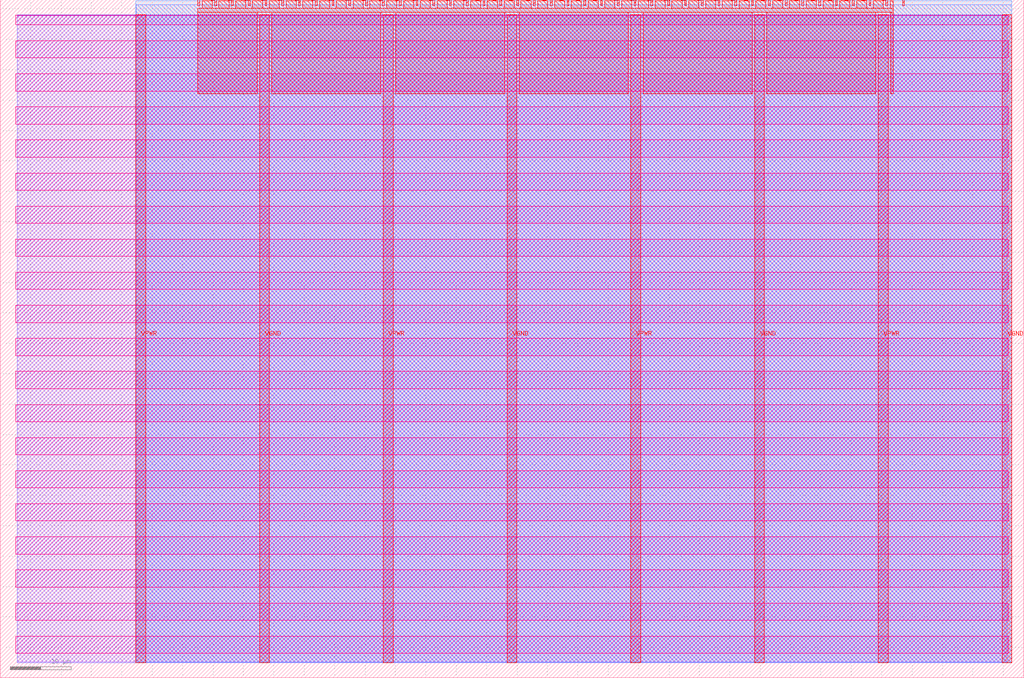
<source format=lef>
VERSION 5.7 ;
  NOWIREEXTENSIONATPIN ON ;
  DIVIDERCHAR "/" ;
  BUSBITCHARS "[]" ;
MACRO tt_um_lif_dup
  CLASS BLOCK ;
  FOREIGN tt_um_lif_dup ;
  ORIGIN 0.000 0.000 ;
  SIZE 168.360 BY 111.520 ;
  PIN VGND
    DIRECTION INOUT ;
    USE GROUND ;
    PORT
      LAYER met4 ;
        RECT 42.670 2.480 44.270 109.040 ;
    END
    PORT
      LAYER met4 ;
        RECT 83.380 2.480 84.980 109.040 ;
    END
    PORT
      LAYER met4 ;
        RECT 124.090 2.480 125.690 109.040 ;
    END
    PORT
      LAYER met4 ;
        RECT 164.800 2.480 166.400 109.040 ;
    END
  END VGND
  PIN VPWR
    DIRECTION INOUT ;
    USE POWER ;
    PORT
      LAYER met4 ;
        RECT 22.315 2.480 23.915 109.040 ;
    END
    PORT
      LAYER met4 ;
        RECT 63.025 2.480 64.625 109.040 ;
    END
    PORT
      LAYER met4 ;
        RECT 103.735 2.480 105.335 109.040 ;
    END
    PORT
      LAYER met4 ;
        RECT 144.445 2.480 146.045 109.040 ;
    END
  END VPWR
  PIN clk
    DIRECTION INPUT ;
    USE SIGNAL ;
    ANTENNAGATEAREA 0.852000 ;
    PORT
      LAYER met4 ;
        RECT 145.670 110.520 145.970 111.520 ;
    END
  END clk
  PIN ena
    DIRECTION INPUT ;
    USE SIGNAL ;
    PORT
      LAYER met4 ;
        RECT 148.430 110.520 148.730 111.520 ;
    END
  END ena
  PIN rst_n
    DIRECTION INPUT ;
    USE SIGNAL ;
    ANTENNAGATEAREA 0.126000 ;
    PORT
      LAYER met4 ;
        RECT 142.910 110.520 143.210 111.520 ;
    END
  END rst_n
  PIN ui_in[0]
    DIRECTION INPUT ;
    USE SIGNAL ;
    PORT
      LAYER met4 ;
        RECT 140.150 110.520 140.450 111.520 ;
    END
  END ui_in[0]
  PIN ui_in[1]
    DIRECTION INPUT ;
    USE SIGNAL ;
    PORT
      LAYER met4 ;
        RECT 137.390 110.520 137.690 111.520 ;
    END
  END ui_in[1]
  PIN ui_in[2]
    DIRECTION INPUT ;
    USE SIGNAL ;
    PORT
      LAYER met4 ;
        RECT 134.630 110.520 134.930 111.520 ;
    END
  END ui_in[2]
  PIN ui_in[3]
    DIRECTION INPUT ;
    USE SIGNAL ;
    PORT
      LAYER met4 ;
        RECT 131.870 110.520 132.170 111.520 ;
    END
  END ui_in[3]
  PIN ui_in[4]
    DIRECTION INPUT ;
    USE SIGNAL ;
    PORT
      LAYER met4 ;
        RECT 129.110 110.520 129.410 111.520 ;
    END
  END ui_in[4]
  PIN ui_in[5]
    DIRECTION INPUT ;
    USE SIGNAL ;
    PORT
      LAYER met4 ;
        RECT 126.350 110.520 126.650 111.520 ;
    END
  END ui_in[5]
  PIN ui_in[6]
    DIRECTION INPUT ;
    USE SIGNAL ;
    PORT
      LAYER met4 ;
        RECT 123.590 110.520 123.890 111.520 ;
    END
  END ui_in[6]
  PIN ui_in[7]
    DIRECTION INPUT ;
    USE SIGNAL ;
    PORT
      LAYER met4 ;
        RECT 120.830 110.520 121.130 111.520 ;
    END
  END ui_in[7]
  PIN uio_in[0]
    DIRECTION INPUT ;
    USE SIGNAL ;
    PORT
      LAYER met4 ;
        RECT 118.070 110.520 118.370 111.520 ;
    END
  END uio_in[0]
  PIN uio_in[1]
    DIRECTION INPUT ;
    USE SIGNAL ;
    PORT
      LAYER met4 ;
        RECT 115.310 110.520 115.610 111.520 ;
    END
  END uio_in[1]
  PIN uio_in[2]
    DIRECTION INPUT ;
    USE SIGNAL ;
    PORT
      LAYER met4 ;
        RECT 112.550 110.520 112.850 111.520 ;
    END
  END uio_in[2]
  PIN uio_in[3]
    DIRECTION INPUT ;
    USE SIGNAL ;
    PORT
      LAYER met4 ;
        RECT 109.790 110.520 110.090 111.520 ;
    END
  END uio_in[3]
  PIN uio_in[4]
    DIRECTION INPUT ;
    USE SIGNAL ;
    PORT
      LAYER met4 ;
        RECT 107.030 110.520 107.330 111.520 ;
    END
  END uio_in[4]
  PIN uio_in[5]
    DIRECTION INPUT ;
    USE SIGNAL ;
    PORT
      LAYER met4 ;
        RECT 104.270 110.520 104.570 111.520 ;
    END
  END uio_in[5]
  PIN uio_in[6]
    DIRECTION INPUT ;
    USE SIGNAL ;
    PORT
      LAYER met4 ;
        RECT 101.510 110.520 101.810 111.520 ;
    END
  END uio_in[6]
  PIN uio_in[7]
    DIRECTION INPUT ;
    USE SIGNAL ;
    PORT
      LAYER met4 ;
        RECT 98.750 110.520 99.050 111.520 ;
    END
  END uio_in[7]
  PIN uio_oe[0]
    DIRECTION OUTPUT TRISTATE ;
    USE SIGNAL ;
    PORT
      LAYER met4 ;
        RECT 51.830 110.520 52.130 111.520 ;
    END
  END uio_oe[0]
  PIN uio_oe[1]
    DIRECTION OUTPUT TRISTATE ;
    USE SIGNAL ;
    PORT
      LAYER met4 ;
        RECT 49.070 110.520 49.370 111.520 ;
    END
  END uio_oe[1]
  PIN uio_oe[2]
    DIRECTION OUTPUT TRISTATE ;
    USE SIGNAL ;
    PORT
      LAYER met4 ;
        RECT 46.310 110.520 46.610 111.520 ;
    END
  END uio_oe[2]
  PIN uio_oe[3]
    DIRECTION OUTPUT TRISTATE ;
    USE SIGNAL ;
    PORT
      LAYER met4 ;
        RECT 43.550 110.520 43.850 111.520 ;
    END
  END uio_oe[3]
  PIN uio_oe[4]
    DIRECTION OUTPUT TRISTATE ;
    USE SIGNAL ;
    PORT
      LAYER met4 ;
        RECT 40.790 110.520 41.090 111.520 ;
    END
  END uio_oe[4]
  PIN uio_oe[5]
    DIRECTION OUTPUT TRISTATE ;
    USE SIGNAL ;
    PORT
      LAYER met4 ;
        RECT 38.030 110.520 38.330 111.520 ;
    END
  END uio_oe[5]
  PIN uio_oe[6]
    DIRECTION OUTPUT TRISTATE ;
    USE SIGNAL ;
    PORT
      LAYER met4 ;
        RECT 35.270 110.520 35.570 111.520 ;
    END
  END uio_oe[6]
  PIN uio_oe[7]
    DIRECTION OUTPUT TRISTATE ;
    USE SIGNAL ;
    PORT
      LAYER met4 ;
        RECT 32.510 110.520 32.810 111.520 ;
    END
  END uio_oe[7]
  PIN uio_out[0]
    DIRECTION OUTPUT TRISTATE ;
    USE SIGNAL ;
    PORT
      LAYER met4 ;
        RECT 73.910 110.520 74.210 111.520 ;
    END
  END uio_out[0]
  PIN uio_out[1]
    DIRECTION OUTPUT TRISTATE ;
    USE SIGNAL ;
    PORT
      LAYER met4 ;
        RECT 71.150 110.520 71.450 111.520 ;
    END
  END uio_out[1]
  PIN uio_out[2]
    DIRECTION OUTPUT TRISTATE ;
    USE SIGNAL ;
    PORT
      LAYER met4 ;
        RECT 68.390 110.520 68.690 111.520 ;
    END
  END uio_out[2]
  PIN uio_out[3]
    DIRECTION OUTPUT TRISTATE ;
    USE SIGNAL ;
    PORT
      LAYER met4 ;
        RECT 65.630 110.520 65.930 111.520 ;
    END
  END uio_out[3]
  PIN uio_out[4]
    DIRECTION OUTPUT TRISTATE ;
    USE SIGNAL ;
    PORT
      LAYER met4 ;
        RECT 62.870 110.520 63.170 111.520 ;
    END
  END uio_out[4]
  PIN uio_out[5]
    DIRECTION OUTPUT TRISTATE ;
    USE SIGNAL ;
    ANTENNADIFFAREA 0.445500 ;
    PORT
      LAYER met4 ;
        RECT 60.110 110.520 60.410 111.520 ;
    END
  END uio_out[5]
  PIN uio_out[6]
    DIRECTION OUTPUT TRISTATE ;
    USE SIGNAL ;
    ANTENNADIFFAREA 0.795200 ;
    PORT
      LAYER met4 ;
        RECT 57.350 110.520 57.650 111.520 ;
    END
  END uio_out[6]
  PIN uio_out[7]
    DIRECTION OUTPUT TRISTATE ;
    USE SIGNAL ;
    ANTENNADIFFAREA 0.795200 ;
    PORT
      LAYER met4 ;
        RECT 54.590 110.520 54.890 111.520 ;
    END
  END uio_out[7]
  PIN uo_out[0]
    DIRECTION OUTPUT TRISTATE ;
    USE SIGNAL ;
    PORT
      LAYER met4 ;
        RECT 95.990 110.520 96.290 111.520 ;
    END
  END uo_out[0]
  PIN uo_out[1]
    DIRECTION OUTPUT TRISTATE ;
    USE SIGNAL ;
    PORT
      LAYER met4 ;
        RECT 93.230 110.520 93.530 111.520 ;
    END
  END uo_out[1]
  PIN uo_out[2]
    DIRECTION OUTPUT TRISTATE ;
    USE SIGNAL ;
    PORT
      LAYER met4 ;
        RECT 90.470 110.520 90.770 111.520 ;
    END
  END uo_out[2]
  PIN uo_out[3]
    DIRECTION OUTPUT TRISTATE ;
    USE SIGNAL ;
    PORT
      LAYER met4 ;
        RECT 87.710 110.520 88.010 111.520 ;
    END
  END uo_out[3]
  PIN uo_out[4]
    DIRECTION OUTPUT TRISTATE ;
    USE SIGNAL ;
    PORT
      LAYER met4 ;
        RECT 84.950 110.520 85.250 111.520 ;
    END
  END uo_out[4]
  PIN uo_out[5]
    DIRECTION OUTPUT TRISTATE ;
    USE SIGNAL ;
    PORT
      LAYER met4 ;
        RECT 82.190 110.520 82.490 111.520 ;
    END
  END uo_out[5]
  PIN uo_out[6]
    DIRECTION OUTPUT TRISTATE ;
    USE SIGNAL ;
    PORT
      LAYER met4 ;
        RECT 79.430 110.520 79.730 111.520 ;
    END
  END uo_out[6]
  PIN uo_out[7]
    DIRECTION OUTPUT TRISTATE ;
    USE SIGNAL ;
    PORT
      LAYER met4 ;
        RECT 76.670 110.520 76.970 111.520 ;
    END
  END uo_out[7]
  OBS
      LAYER nwell ;
        RECT 2.570 107.385 165.790 108.990 ;
        RECT 2.570 101.945 165.790 104.775 ;
        RECT 2.570 96.505 165.790 99.335 ;
        RECT 2.570 91.065 165.790 93.895 ;
        RECT 2.570 85.625 165.790 88.455 ;
        RECT 2.570 80.185 165.790 83.015 ;
        RECT 2.570 74.745 165.790 77.575 ;
        RECT 2.570 69.305 165.790 72.135 ;
        RECT 2.570 63.865 165.790 66.695 ;
        RECT 2.570 58.425 165.790 61.255 ;
        RECT 2.570 52.985 165.790 55.815 ;
        RECT 2.570 47.545 165.790 50.375 ;
        RECT 2.570 42.105 165.790 44.935 ;
        RECT 2.570 36.665 165.790 39.495 ;
        RECT 2.570 31.225 165.790 34.055 ;
        RECT 2.570 25.785 165.790 28.615 ;
        RECT 2.570 20.345 165.790 23.175 ;
        RECT 2.570 14.905 165.790 17.735 ;
        RECT 2.570 9.465 165.790 12.295 ;
        RECT 2.570 4.025 165.790 6.855 ;
      LAYER li1 ;
        RECT 2.760 2.635 165.600 108.885 ;
      LAYER met1 ;
        RECT 2.760 2.480 166.400 109.040 ;
      LAYER met2 ;
        RECT 22.345 2.535 166.370 110.685 ;
      LAYER met3 ;
        RECT 22.325 2.555 166.390 111.340 ;
      LAYER met4 ;
        RECT 33.210 110.120 34.870 111.345 ;
        RECT 35.970 110.120 37.630 111.345 ;
        RECT 38.730 110.120 40.390 111.345 ;
        RECT 41.490 110.120 43.150 111.345 ;
        RECT 44.250 110.120 45.910 111.345 ;
        RECT 47.010 110.120 48.670 111.345 ;
        RECT 49.770 110.120 51.430 111.345 ;
        RECT 52.530 110.120 54.190 111.345 ;
        RECT 55.290 110.120 56.950 111.345 ;
        RECT 58.050 110.120 59.710 111.345 ;
        RECT 60.810 110.120 62.470 111.345 ;
        RECT 63.570 110.120 65.230 111.345 ;
        RECT 66.330 110.120 67.990 111.345 ;
        RECT 69.090 110.120 70.750 111.345 ;
        RECT 71.850 110.120 73.510 111.345 ;
        RECT 74.610 110.120 76.270 111.345 ;
        RECT 77.370 110.120 79.030 111.345 ;
        RECT 80.130 110.120 81.790 111.345 ;
        RECT 82.890 110.120 84.550 111.345 ;
        RECT 85.650 110.120 87.310 111.345 ;
        RECT 88.410 110.120 90.070 111.345 ;
        RECT 91.170 110.120 92.830 111.345 ;
        RECT 93.930 110.120 95.590 111.345 ;
        RECT 96.690 110.120 98.350 111.345 ;
        RECT 99.450 110.120 101.110 111.345 ;
        RECT 102.210 110.120 103.870 111.345 ;
        RECT 104.970 110.120 106.630 111.345 ;
        RECT 107.730 110.120 109.390 111.345 ;
        RECT 110.490 110.120 112.150 111.345 ;
        RECT 113.250 110.120 114.910 111.345 ;
        RECT 116.010 110.120 117.670 111.345 ;
        RECT 118.770 110.120 120.430 111.345 ;
        RECT 121.530 110.120 123.190 111.345 ;
        RECT 124.290 110.120 125.950 111.345 ;
        RECT 127.050 110.120 128.710 111.345 ;
        RECT 129.810 110.120 131.470 111.345 ;
        RECT 132.570 110.120 134.230 111.345 ;
        RECT 135.330 110.120 136.990 111.345 ;
        RECT 138.090 110.120 139.750 111.345 ;
        RECT 140.850 110.120 142.510 111.345 ;
        RECT 143.610 110.120 145.270 111.345 ;
        RECT 146.370 110.120 146.905 111.345 ;
        RECT 32.495 109.440 146.905 110.120 ;
        RECT 32.495 96.055 42.270 109.440 ;
        RECT 44.670 96.055 62.625 109.440 ;
        RECT 65.025 96.055 82.980 109.440 ;
        RECT 85.380 96.055 103.335 109.440 ;
        RECT 105.735 96.055 123.690 109.440 ;
        RECT 126.090 96.055 144.045 109.440 ;
        RECT 146.445 96.055 146.905 109.440 ;
  END
END tt_um_lif_dup
END LIBRARY


</source>
